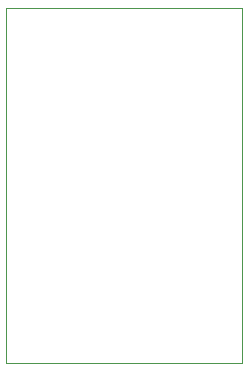
<source format=gko>
G04 #@! TF.GenerationSoftware,KiCad,Pcbnew,(5.1.10)-1*
G04 #@! TF.CreationDate,2021-06-29T15:19:49+09:00*
G04 #@! TF.ProjectId,BLE_PPG_v1.1,424c455f-5050-4475-9f76-312e312e6b69,rev?*
G04 #@! TF.SameCoordinates,Original*
G04 #@! TF.FileFunction,Profile,NP*
%FSLAX46Y46*%
G04 Gerber Fmt 4.6, Leading zero omitted, Abs format (unit mm)*
G04 Created by KiCad (PCBNEW (5.1.10)-1) date 2021-06-29 15:19:49*
%MOMM*%
%LPD*%
G01*
G04 APERTURE LIST*
G04 #@! TA.AperFunction,Profile*
%ADD10C,0.050000*%
G04 #@! TD*
G04 APERTURE END LIST*
D10*
X120000000Y-150000000D02*
X100000000Y-150000000D01*
X120000000Y-120000000D02*
X120000000Y-150000000D01*
X100000000Y-120000000D02*
X120000000Y-120000000D01*
X100000000Y-150000000D02*
X100000000Y-120000000D01*
M02*

</source>
